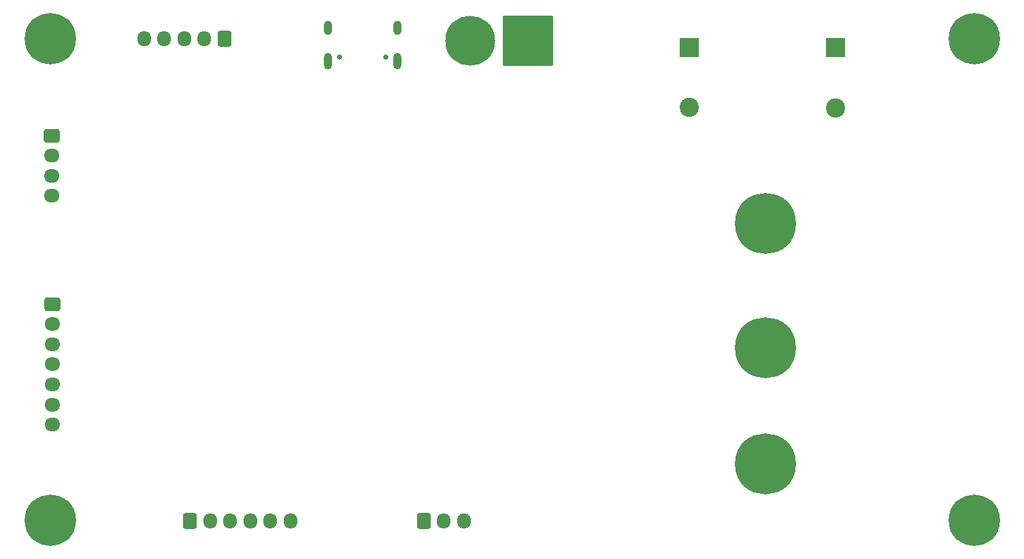
<source format=gbr>
%TF.GenerationSoftware,KiCad,Pcbnew,8.0.3*%
%TF.CreationDate,2025-02-08T18:07:50+07:00*%
%TF.ProjectId,VESC V.2,56455343-2056-42e3-922e-6b696361645f,rev?*%
%TF.SameCoordinates,Original*%
%TF.FileFunction,Soldermask,Bot*%
%TF.FilePolarity,Negative*%
%FSLAX46Y46*%
G04 Gerber Fmt 4.6, Leading zero omitted, Abs format (unit mm)*
G04 Created by KiCad (PCBNEW 8.0.3) date 2025-02-08 18:07:50*
%MOMM*%
%LPD*%
G01*
G04 APERTURE LIST*
G04 Aperture macros list*
%AMRoundRect*
0 Rectangle with rounded corners*
0 $1 Rounding radius*
0 $2 $3 $4 $5 $6 $7 $8 $9 X,Y pos of 4 corners*
0 Add a 4 corners polygon primitive as box body*
4,1,4,$2,$3,$4,$5,$6,$7,$8,$9,$2,$3,0*
0 Add four circle primitives for the rounded corners*
1,1,$1+$1,$2,$3*
1,1,$1+$1,$4,$5*
1,1,$1+$1,$6,$7*
1,1,$1+$1,$8,$9*
0 Add four rect primitives between the rounded corners*
20,1,$1+$1,$2,$3,$4,$5,0*
20,1,$1+$1,$4,$5,$6,$7,0*
20,1,$1+$1,$6,$7,$8,$9,0*
20,1,$1+$1,$8,$9,$2,$3,0*%
G04 Aperture macros list end*
%ADD10RoundRect,0.250000X0.600000X0.725000X-0.600000X0.725000X-0.600000X-0.725000X0.600000X-0.725000X0*%
%ADD11O,1.700000X1.950000*%
%ADD12RoundRect,0.250000X-0.725000X0.600000X-0.725000X-0.600000X0.725000X-0.600000X0.725000X0.600000X0*%
%ADD13O,1.950000X1.700000*%
%ADD14C,6.400000*%
%ADD15RoundRect,0.250000X-0.600000X-0.725000X0.600000X-0.725000X0.600000X0.725000X-0.600000X0.725000X0*%
%ADD16C,6.204000*%
%ADD17RoundRect,0.102000X3.000000X3.000000X-3.000000X3.000000X-3.000000X-3.000000X3.000000X-3.000000X0*%
%ADD18C,0.650000*%
%ADD19O,1.000000X2.100000*%
%ADD20O,1.000000X1.800000*%
%ADD21C,7.600000*%
%ADD22R,2.400000X2.400000*%
%ADD23C,2.400000*%
G04 APERTURE END LIST*
D10*
%TO.C,J1*%
X86700000Y-35000000D03*
D11*
X84200000Y-35000000D03*
X81700000Y-35000000D03*
X79200000Y-35000000D03*
X76700000Y-35000000D03*
%TD*%
D12*
%TO.C,J5*%
X65300000Y-68100000D03*
D13*
X65300000Y-70600000D03*
X65300000Y-73100000D03*
X65300000Y-75600000D03*
X65300000Y-78100000D03*
X65300000Y-80600000D03*
X65300000Y-83100000D03*
%TD*%
D14*
%TO.C,H4*%
X65000000Y-95000000D03*
%TD*%
%TO.C,H2*%
X180000000Y-95000000D03*
%TD*%
D15*
%TO.C,J6*%
X111500000Y-95100000D03*
D11*
X114000000Y-95100000D03*
X116500000Y-95100000D03*
%TD*%
D16*
%TO.C,J7*%
X117250000Y-35300000D03*
D17*
X124450000Y-35300000D03*
%TD*%
D18*
%TO.C,J2*%
X106770000Y-37300000D03*
X100990000Y-37300000D03*
D19*
X108200000Y-37800000D03*
D20*
X108200000Y-33620000D03*
D19*
X99560000Y-37800000D03*
D20*
X99560000Y-33620000D03*
%TD*%
D14*
%TO.C,H1*%
X180000000Y-35000000D03*
%TD*%
%TO.C,H3*%
X65000000Y-35000000D03*
%TD*%
D21*
%TO.C,H7*%
X154000000Y-88000000D03*
%TD*%
D15*
%TO.C,J4*%
X82400000Y-95100000D03*
D11*
X84900000Y-95100000D03*
X87400000Y-95100000D03*
X89900000Y-95100000D03*
X92400000Y-95100000D03*
X94900000Y-95100000D03*
%TD*%
D21*
%TO.C,H6*%
X154000000Y-73500000D03*
%TD*%
D22*
%TO.C,C60*%
X144500000Y-36087246D03*
D23*
X144500000Y-43587246D03*
%TD*%
D12*
%TO.C,J3*%
X65200000Y-47100000D03*
D13*
X65200000Y-49600000D03*
X65200000Y-52100000D03*
X65200000Y-54600000D03*
%TD*%
D21*
%TO.C,H5*%
X154000000Y-58000000D03*
%TD*%
D22*
%TO.C,C61*%
X162700000Y-36100000D03*
D23*
X162700000Y-43600000D03*
%TD*%
M02*

</source>
